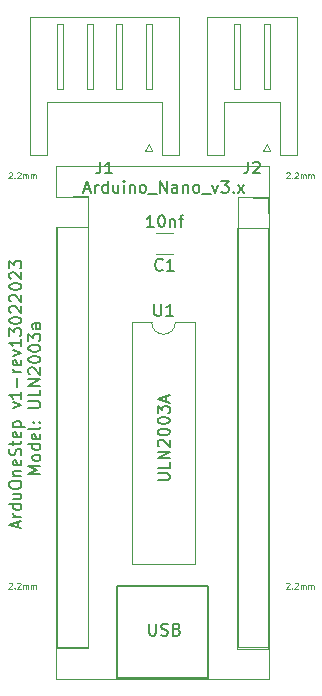
<source format=gbr>
%TF.GenerationSoftware,KiCad,Pcbnew,6.0.2+dfsg-1*%
%TF.CreationDate,2023-02-14T20:33:29-03:00*%
%TF.ProjectId,arduStep,61726475-5374-4657-902e-6b696361645f,rev?*%
%TF.SameCoordinates,Original*%
%TF.FileFunction,Legend,Top*%
%TF.FilePolarity,Positive*%
%FSLAX46Y46*%
G04 Gerber Fmt 4.6, Leading zero omitted, Abs format (unit mm)*
G04 Created by KiCad (PCBNEW 6.0.2+dfsg-1) date 2023-02-14 20:33:29*
%MOMM*%
%LPD*%
G01*
G04 APERTURE LIST*
%ADD10C,0.150000*%
%ADD11C,0.125000*%
%ADD12C,0.100000*%
%ADD13C,0.120000*%
G04 APERTURE END LIST*
D10*
X144111666Y-94285714D02*
X144111666Y-93809523D01*
X144397380Y-94380952D02*
X143397380Y-94047619D01*
X144397380Y-93714285D01*
X144397380Y-93380952D02*
X143730714Y-93380952D01*
X143921190Y-93380952D02*
X143825952Y-93333333D01*
X143778333Y-93285714D01*
X143730714Y-93190476D01*
X143730714Y-93095238D01*
X144397380Y-92333333D02*
X143397380Y-92333333D01*
X144349761Y-92333333D02*
X144397380Y-92428571D01*
X144397380Y-92619047D01*
X144349761Y-92714285D01*
X144302142Y-92761904D01*
X144206904Y-92809523D01*
X143921190Y-92809523D01*
X143825952Y-92761904D01*
X143778333Y-92714285D01*
X143730714Y-92619047D01*
X143730714Y-92428571D01*
X143778333Y-92333333D01*
X143730714Y-91428571D02*
X144397380Y-91428571D01*
X143730714Y-91857142D02*
X144254523Y-91857142D01*
X144349761Y-91809523D01*
X144397380Y-91714285D01*
X144397380Y-91571428D01*
X144349761Y-91476190D01*
X144302142Y-91428571D01*
X143397380Y-90761904D02*
X143397380Y-90571428D01*
X143445000Y-90476190D01*
X143540238Y-90380952D01*
X143730714Y-90333333D01*
X144064047Y-90333333D01*
X144254523Y-90380952D01*
X144349761Y-90476190D01*
X144397380Y-90571428D01*
X144397380Y-90761904D01*
X144349761Y-90857142D01*
X144254523Y-90952380D01*
X144064047Y-91000000D01*
X143730714Y-91000000D01*
X143540238Y-90952380D01*
X143445000Y-90857142D01*
X143397380Y-90761904D01*
X143730714Y-89904761D02*
X144397380Y-89904761D01*
X143825952Y-89904761D02*
X143778333Y-89857142D01*
X143730714Y-89761904D01*
X143730714Y-89619047D01*
X143778333Y-89523809D01*
X143873571Y-89476190D01*
X144397380Y-89476190D01*
X144349761Y-88619047D02*
X144397380Y-88714285D01*
X144397380Y-88904761D01*
X144349761Y-89000000D01*
X144254523Y-89047619D01*
X143873571Y-89047619D01*
X143778333Y-89000000D01*
X143730714Y-88904761D01*
X143730714Y-88714285D01*
X143778333Y-88619047D01*
X143873571Y-88571428D01*
X143968809Y-88571428D01*
X144064047Y-89047619D01*
X144349761Y-88190476D02*
X144397380Y-88047619D01*
X144397380Y-87809523D01*
X144349761Y-87714285D01*
X144302142Y-87666666D01*
X144206904Y-87619047D01*
X144111666Y-87619047D01*
X144016428Y-87666666D01*
X143968809Y-87714285D01*
X143921190Y-87809523D01*
X143873571Y-88000000D01*
X143825952Y-88095238D01*
X143778333Y-88142857D01*
X143683095Y-88190476D01*
X143587857Y-88190476D01*
X143492619Y-88142857D01*
X143445000Y-88095238D01*
X143397380Y-88000000D01*
X143397380Y-87761904D01*
X143445000Y-87619047D01*
X143730714Y-87333333D02*
X143730714Y-86952380D01*
X143397380Y-87190476D02*
X144254523Y-87190476D01*
X144349761Y-87142857D01*
X144397380Y-87047619D01*
X144397380Y-86952380D01*
X144349761Y-86238095D02*
X144397380Y-86333333D01*
X144397380Y-86523809D01*
X144349761Y-86619047D01*
X144254523Y-86666666D01*
X143873571Y-86666666D01*
X143778333Y-86619047D01*
X143730714Y-86523809D01*
X143730714Y-86333333D01*
X143778333Y-86238095D01*
X143873571Y-86190476D01*
X143968809Y-86190476D01*
X144064047Y-86666666D01*
X143730714Y-85761904D02*
X144730714Y-85761904D01*
X143778333Y-85761904D02*
X143730714Y-85666666D01*
X143730714Y-85476190D01*
X143778333Y-85380952D01*
X143825952Y-85333333D01*
X143921190Y-85285714D01*
X144206904Y-85285714D01*
X144302142Y-85333333D01*
X144349761Y-85380952D01*
X144397380Y-85476190D01*
X144397380Y-85666666D01*
X144349761Y-85761904D01*
X143730714Y-84190476D02*
X144397380Y-83952380D01*
X143730714Y-83714285D01*
X144397380Y-82809523D02*
X144397380Y-83380952D01*
X144397380Y-83095238D02*
X143397380Y-83095238D01*
X143540238Y-83190476D01*
X143635476Y-83285714D01*
X143683095Y-83380952D01*
X144016428Y-82380952D02*
X144016428Y-81619047D01*
X144397380Y-81142857D02*
X143730714Y-81142857D01*
X143921190Y-81142857D02*
X143825952Y-81095238D01*
X143778333Y-81047619D01*
X143730714Y-80952380D01*
X143730714Y-80857142D01*
X144349761Y-80142857D02*
X144397380Y-80238095D01*
X144397380Y-80428571D01*
X144349761Y-80523809D01*
X144254523Y-80571428D01*
X143873571Y-80571428D01*
X143778333Y-80523809D01*
X143730714Y-80428571D01*
X143730714Y-80238095D01*
X143778333Y-80142857D01*
X143873571Y-80095238D01*
X143968809Y-80095238D01*
X144064047Y-80571428D01*
X143730714Y-79761904D02*
X144397380Y-79523809D01*
X143730714Y-79285714D01*
X144397380Y-78380952D02*
X144397380Y-78952380D01*
X144397380Y-78666666D02*
X143397380Y-78666666D01*
X143540238Y-78761904D01*
X143635476Y-78857142D01*
X143683095Y-78952380D01*
X143397380Y-78047619D02*
X143397380Y-77428571D01*
X143778333Y-77761904D01*
X143778333Y-77619047D01*
X143825952Y-77523809D01*
X143873571Y-77476190D01*
X143968809Y-77428571D01*
X144206904Y-77428571D01*
X144302142Y-77476190D01*
X144349761Y-77523809D01*
X144397380Y-77619047D01*
X144397380Y-77904761D01*
X144349761Y-78000000D01*
X144302142Y-78047619D01*
X143397380Y-76809523D02*
X143397380Y-76714285D01*
X143445000Y-76619047D01*
X143492619Y-76571428D01*
X143587857Y-76523809D01*
X143778333Y-76476190D01*
X144016428Y-76476190D01*
X144206904Y-76523809D01*
X144302142Y-76571428D01*
X144349761Y-76619047D01*
X144397380Y-76714285D01*
X144397380Y-76809523D01*
X144349761Y-76904761D01*
X144302142Y-76952380D01*
X144206904Y-77000000D01*
X144016428Y-77047619D01*
X143778333Y-77047619D01*
X143587857Y-77000000D01*
X143492619Y-76952380D01*
X143445000Y-76904761D01*
X143397380Y-76809523D01*
X143492619Y-76095238D02*
X143445000Y-76047619D01*
X143397380Y-75952380D01*
X143397380Y-75714285D01*
X143445000Y-75619047D01*
X143492619Y-75571428D01*
X143587857Y-75523809D01*
X143683095Y-75523809D01*
X143825952Y-75571428D01*
X144397380Y-76142857D01*
X144397380Y-75523809D01*
X143492619Y-75142857D02*
X143445000Y-75095238D01*
X143397380Y-75000000D01*
X143397380Y-74761904D01*
X143445000Y-74666666D01*
X143492619Y-74619047D01*
X143587857Y-74571428D01*
X143683095Y-74571428D01*
X143825952Y-74619047D01*
X144397380Y-75190476D01*
X144397380Y-74571428D01*
X143397380Y-73952380D02*
X143397380Y-73857142D01*
X143445000Y-73761904D01*
X143492619Y-73714285D01*
X143587857Y-73666666D01*
X143778333Y-73619047D01*
X144016428Y-73619047D01*
X144206904Y-73666666D01*
X144302142Y-73714285D01*
X144349761Y-73761904D01*
X144397380Y-73857142D01*
X144397380Y-73952380D01*
X144349761Y-74047619D01*
X144302142Y-74095238D01*
X144206904Y-74142857D01*
X144016428Y-74190476D01*
X143778333Y-74190476D01*
X143587857Y-74142857D01*
X143492619Y-74095238D01*
X143445000Y-74047619D01*
X143397380Y-73952380D01*
X143492619Y-73238095D02*
X143445000Y-73190476D01*
X143397380Y-73095238D01*
X143397380Y-72857142D01*
X143445000Y-72761904D01*
X143492619Y-72714285D01*
X143587857Y-72666666D01*
X143683095Y-72666666D01*
X143825952Y-72714285D01*
X144397380Y-73285714D01*
X144397380Y-72666666D01*
X143397380Y-72333333D02*
X143397380Y-71714285D01*
X143778333Y-72047619D01*
X143778333Y-71904761D01*
X143825952Y-71809523D01*
X143873571Y-71761904D01*
X143968809Y-71714285D01*
X144206904Y-71714285D01*
X144302142Y-71761904D01*
X144349761Y-71809523D01*
X144397380Y-71904761D01*
X144397380Y-72190476D01*
X144349761Y-72285714D01*
X144302142Y-72333333D01*
X146007380Y-89738095D02*
X145007380Y-89738095D01*
X145721666Y-89404761D01*
X145007380Y-89071428D01*
X146007380Y-89071428D01*
X146007380Y-88452380D02*
X145959761Y-88547619D01*
X145912142Y-88595238D01*
X145816904Y-88642857D01*
X145531190Y-88642857D01*
X145435952Y-88595238D01*
X145388333Y-88547619D01*
X145340714Y-88452380D01*
X145340714Y-88309523D01*
X145388333Y-88214285D01*
X145435952Y-88166666D01*
X145531190Y-88119047D01*
X145816904Y-88119047D01*
X145912142Y-88166666D01*
X145959761Y-88214285D01*
X146007380Y-88309523D01*
X146007380Y-88452380D01*
X146007380Y-87261904D02*
X145007380Y-87261904D01*
X145959761Y-87261904D02*
X146007380Y-87357142D01*
X146007380Y-87547619D01*
X145959761Y-87642857D01*
X145912142Y-87690476D01*
X145816904Y-87738095D01*
X145531190Y-87738095D01*
X145435952Y-87690476D01*
X145388333Y-87642857D01*
X145340714Y-87547619D01*
X145340714Y-87357142D01*
X145388333Y-87261904D01*
X145959761Y-86404761D02*
X146007380Y-86500000D01*
X146007380Y-86690476D01*
X145959761Y-86785714D01*
X145864523Y-86833333D01*
X145483571Y-86833333D01*
X145388333Y-86785714D01*
X145340714Y-86690476D01*
X145340714Y-86500000D01*
X145388333Y-86404761D01*
X145483571Y-86357142D01*
X145578809Y-86357142D01*
X145674047Y-86833333D01*
X146007380Y-85785714D02*
X145959761Y-85880952D01*
X145864523Y-85928571D01*
X145007380Y-85928571D01*
X145912142Y-85404761D02*
X145959761Y-85357142D01*
X146007380Y-85404761D01*
X145959761Y-85452380D01*
X145912142Y-85404761D01*
X146007380Y-85404761D01*
X145388333Y-85404761D02*
X145435952Y-85357142D01*
X145483571Y-85404761D01*
X145435952Y-85452380D01*
X145388333Y-85404761D01*
X145483571Y-85404761D01*
X145007380Y-84166666D02*
X145816904Y-84166666D01*
X145912142Y-84119047D01*
X145959761Y-84071428D01*
X146007380Y-83976190D01*
X146007380Y-83785714D01*
X145959761Y-83690476D01*
X145912142Y-83642857D01*
X145816904Y-83595238D01*
X145007380Y-83595238D01*
X146007380Y-82642857D02*
X146007380Y-83119047D01*
X145007380Y-83119047D01*
X146007380Y-82309523D02*
X145007380Y-82309523D01*
X146007380Y-81738095D01*
X145007380Y-81738095D01*
X145102619Y-81309523D02*
X145055000Y-81261904D01*
X145007380Y-81166666D01*
X145007380Y-80928571D01*
X145055000Y-80833333D01*
X145102619Y-80785714D01*
X145197857Y-80738095D01*
X145293095Y-80738095D01*
X145435952Y-80785714D01*
X146007380Y-81357142D01*
X146007380Y-80738095D01*
X145007380Y-80119047D02*
X145007380Y-80023809D01*
X145055000Y-79928571D01*
X145102619Y-79880952D01*
X145197857Y-79833333D01*
X145388333Y-79785714D01*
X145626428Y-79785714D01*
X145816904Y-79833333D01*
X145912142Y-79880952D01*
X145959761Y-79928571D01*
X146007380Y-80023809D01*
X146007380Y-80119047D01*
X145959761Y-80214285D01*
X145912142Y-80261904D01*
X145816904Y-80309523D01*
X145626428Y-80357142D01*
X145388333Y-80357142D01*
X145197857Y-80309523D01*
X145102619Y-80261904D01*
X145055000Y-80214285D01*
X145007380Y-80119047D01*
X145007380Y-79166666D02*
X145007380Y-79071428D01*
X145055000Y-78976190D01*
X145102619Y-78928571D01*
X145197857Y-78880952D01*
X145388333Y-78833333D01*
X145626428Y-78833333D01*
X145816904Y-78880952D01*
X145912142Y-78928571D01*
X145959761Y-78976190D01*
X146007380Y-79071428D01*
X146007380Y-79166666D01*
X145959761Y-79261904D01*
X145912142Y-79309523D01*
X145816904Y-79357142D01*
X145626428Y-79404761D01*
X145388333Y-79404761D01*
X145197857Y-79357142D01*
X145102619Y-79309523D01*
X145055000Y-79261904D01*
X145007380Y-79166666D01*
X145007380Y-78500000D02*
X145007380Y-77880952D01*
X145388333Y-78214285D01*
X145388333Y-78071428D01*
X145435952Y-77976190D01*
X145483571Y-77928571D01*
X145578809Y-77880952D01*
X145816904Y-77880952D01*
X145912142Y-77928571D01*
X145959761Y-77976190D01*
X146007380Y-78071428D01*
X146007380Y-78357142D01*
X145959761Y-78452380D01*
X145912142Y-78500000D01*
X146007380Y-77023809D02*
X145483571Y-77023809D01*
X145388333Y-77071428D01*
X145340714Y-77166666D01*
X145340714Y-77357142D01*
X145388333Y-77452380D01*
X145959761Y-77023809D02*
X146007380Y-77119047D01*
X146007380Y-77357142D01*
X145959761Y-77452380D01*
X145864523Y-77500000D01*
X145769285Y-77500000D01*
X145674047Y-77452380D01*
X145626428Y-77357142D01*
X145626428Y-77119047D01*
X145578809Y-77023809D01*
X155238095Y-102452380D02*
X155238095Y-103261904D01*
X155285714Y-103357142D01*
X155333333Y-103404761D01*
X155428571Y-103452380D01*
X155619047Y-103452380D01*
X155714285Y-103404761D01*
X155761904Y-103357142D01*
X155809523Y-103261904D01*
X155809523Y-102452380D01*
X156238095Y-103404761D02*
X156380952Y-103452380D01*
X156619047Y-103452380D01*
X156714285Y-103404761D01*
X156761904Y-103357142D01*
X156809523Y-103261904D01*
X156809523Y-103166666D01*
X156761904Y-103071428D01*
X156714285Y-103023809D01*
X156619047Y-102976190D01*
X156428571Y-102928571D01*
X156333333Y-102880952D01*
X156285714Y-102833333D01*
X156238095Y-102738095D01*
X156238095Y-102642857D01*
X156285714Y-102547619D01*
X156333333Y-102500000D01*
X156428571Y-102452380D01*
X156666666Y-102452380D01*
X156809523Y-102500000D01*
X157571428Y-102928571D02*
X157714285Y-102976190D01*
X157761904Y-103023809D01*
X157809523Y-103119047D01*
X157809523Y-103261904D01*
X157761904Y-103357142D01*
X157714285Y-103404761D01*
X157619047Y-103452380D01*
X157238095Y-103452380D01*
X157238095Y-102452380D01*
X157571428Y-102452380D01*
X157666666Y-102500000D01*
X157714285Y-102547619D01*
X157761904Y-102642857D01*
X157761904Y-102738095D01*
X157714285Y-102833333D01*
X157666666Y-102880952D01*
X157571428Y-102928571D01*
X157238095Y-102928571D01*
X152500000Y-99250000D02*
X160250000Y-99250000D01*
X160250000Y-99250000D02*
X160250000Y-107000000D01*
X160250000Y-107000000D02*
X152500000Y-107000000D01*
X152500000Y-107000000D02*
X152500000Y-99250000D01*
D11*
%TO.C,2.2mm*%
X143333333Y-99023809D02*
X143357142Y-99000000D01*
X143404761Y-98976190D01*
X143523809Y-98976190D01*
X143571428Y-99000000D01*
X143595238Y-99023809D01*
X143619047Y-99071428D01*
X143619047Y-99119047D01*
X143595238Y-99190476D01*
X143309523Y-99476190D01*
X143619047Y-99476190D01*
X143833333Y-99428571D02*
X143857142Y-99452380D01*
X143833333Y-99476190D01*
X143809523Y-99452380D01*
X143833333Y-99428571D01*
X143833333Y-99476190D01*
X144047619Y-99023809D02*
X144071428Y-99000000D01*
X144119047Y-98976190D01*
X144238095Y-98976190D01*
X144285714Y-99000000D01*
X144309523Y-99023809D01*
X144333333Y-99071428D01*
X144333333Y-99119047D01*
X144309523Y-99190476D01*
X144023809Y-99476190D01*
X144333333Y-99476190D01*
X144547619Y-99476190D02*
X144547619Y-99142857D01*
X144547619Y-99190476D02*
X144571428Y-99166666D01*
X144619047Y-99142857D01*
X144690476Y-99142857D01*
X144738095Y-99166666D01*
X144761904Y-99214285D01*
X144761904Y-99476190D01*
X144761904Y-99214285D02*
X144785714Y-99166666D01*
X144833333Y-99142857D01*
X144904761Y-99142857D01*
X144952380Y-99166666D01*
X144976190Y-99214285D01*
X144976190Y-99476190D01*
X145214285Y-99476190D02*
X145214285Y-99142857D01*
X145214285Y-99190476D02*
X145238095Y-99166666D01*
X145285714Y-99142857D01*
X145357142Y-99142857D01*
X145404761Y-99166666D01*
X145428571Y-99214285D01*
X145428571Y-99476190D01*
X145428571Y-99214285D02*
X145452380Y-99166666D01*
X145500000Y-99142857D01*
X145571428Y-99142857D01*
X145619047Y-99166666D01*
X145642857Y-99214285D01*
X145642857Y-99476190D01*
X166833333Y-99023809D02*
X166857142Y-99000000D01*
X166904761Y-98976190D01*
X167023809Y-98976190D01*
X167071428Y-99000000D01*
X167095238Y-99023809D01*
X167119047Y-99071428D01*
X167119047Y-99119047D01*
X167095238Y-99190476D01*
X166809523Y-99476190D01*
X167119047Y-99476190D01*
X167333333Y-99428571D02*
X167357142Y-99452380D01*
X167333333Y-99476190D01*
X167309523Y-99452380D01*
X167333333Y-99428571D01*
X167333333Y-99476190D01*
X167547619Y-99023809D02*
X167571428Y-99000000D01*
X167619047Y-98976190D01*
X167738095Y-98976190D01*
X167785714Y-99000000D01*
X167809523Y-99023809D01*
X167833333Y-99071428D01*
X167833333Y-99119047D01*
X167809523Y-99190476D01*
X167523809Y-99476190D01*
X167833333Y-99476190D01*
X168047619Y-99476190D02*
X168047619Y-99142857D01*
X168047619Y-99190476D02*
X168071428Y-99166666D01*
X168119047Y-99142857D01*
X168190476Y-99142857D01*
X168238095Y-99166666D01*
X168261904Y-99214285D01*
X168261904Y-99476190D01*
X168261904Y-99214285D02*
X168285714Y-99166666D01*
X168333333Y-99142857D01*
X168404761Y-99142857D01*
X168452380Y-99166666D01*
X168476190Y-99214285D01*
X168476190Y-99476190D01*
X168714285Y-99476190D02*
X168714285Y-99142857D01*
X168714285Y-99190476D02*
X168738095Y-99166666D01*
X168785714Y-99142857D01*
X168857142Y-99142857D01*
X168904761Y-99166666D01*
X168928571Y-99214285D01*
X168928571Y-99476190D01*
X168928571Y-99214285D02*
X168952380Y-99166666D01*
X169000000Y-99142857D01*
X169071428Y-99142857D01*
X169119047Y-99166666D01*
X169142857Y-99214285D01*
X169142857Y-99476190D01*
X143333333Y-64273809D02*
X143357142Y-64250000D01*
X143404761Y-64226190D01*
X143523809Y-64226190D01*
X143571428Y-64250000D01*
X143595238Y-64273809D01*
X143619047Y-64321428D01*
X143619047Y-64369047D01*
X143595238Y-64440476D01*
X143309523Y-64726190D01*
X143619047Y-64726190D01*
X143833333Y-64678571D02*
X143857142Y-64702380D01*
X143833333Y-64726190D01*
X143809523Y-64702380D01*
X143833333Y-64678571D01*
X143833333Y-64726190D01*
X144047619Y-64273809D02*
X144071428Y-64250000D01*
X144119047Y-64226190D01*
X144238095Y-64226190D01*
X144285714Y-64250000D01*
X144309523Y-64273809D01*
X144333333Y-64321428D01*
X144333333Y-64369047D01*
X144309523Y-64440476D01*
X144023809Y-64726190D01*
X144333333Y-64726190D01*
X144547619Y-64726190D02*
X144547619Y-64392857D01*
X144547619Y-64440476D02*
X144571428Y-64416666D01*
X144619047Y-64392857D01*
X144690476Y-64392857D01*
X144738095Y-64416666D01*
X144761904Y-64464285D01*
X144761904Y-64726190D01*
X144761904Y-64464285D02*
X144785714Y-64416666D01*
X144833333Y-64392857D01*
X144904761Y-64392857D01*
X144952380Y-64416666D01*
X144976190Y-64464285D01*
X144976190Y-64726190D01*
X145214285Y-64726190D02*
X145214285Y-64392857D01*
X145214285Y-64440476D02*
X145238095Y-64416666D01*
X145285714Y-64392857D01*
X145357142Y-64392857D01*
X145404761Y-64416666D01*
X145428571Y-64464285D01*
X145428571Y-64726190D01*
X145428571Y-64464285D02*
X145452380Y-64416666D01*
X145500000Y-64392857D01*
X145571428Y-64392857D01*
X145619047Y-64416666D01*
X145642857Y-64464285D01*
X145642857Y-64726190D01*
D12*
X166833333Y-64273809D02*
X166857142Y-64250000D01*
X166904761Y-64226190D01*
X167023809Y-64226190D01*
X167071428Y-64250000D01*
X167095238Y-64273809D01*
X167119047Y-64321428D01*
X167119047Y-64369047D01*
X167095238Y-64440476D01*
X166809523Y-64726190D01*
X167119047Y-64726190D01*
X167333333Y-64678571D02*
X167357142Y-64702380D01*
X167333333Y-64726190D01*
X167309523Y-64702380D01*
X167333333Y-64678571D01*
X167333333Y-64726190D01*
X167547619Y-64273809D02*
X167571428Y-64250000D01*
X167619047Y-64226190D01*
X167738095Y-64226190D01*
X167785714Y-64250000D01*
X167809523Y-64273809D01*
X167833333Y-64321428D01*
X167833333Y-64369047D01*
X167809523Y-64440476D01*
X167523809Y-64726190D01*
X167833333Y-64726190D01*
X168047619Y-64726190D02*
X168047619Y-64392857D01*
X168047619Y-64440476D02*
X168071428Y-64416666D01*
X168119047Y-64392857D01*
X168190476Y-64392857D01*
X168238095Y-64416666D01*
X168261904Y-64464285D01*
X168261904Y-64726190D01*
X168261904Y-64464285D02*
X168285714Y-64416666D01*
X168333333Y-64392857D01*
X168404761Y-64392857D01*
X168452380Y-64416666D01*
X168476190Y-64464285D01*
X168476190Y-64726190D01*
X168714285Y-64726190D02*
X168714285Y-64392857D01*
X168714285Y-64440476D02*
X168738095Y-64416666D01*
X168785714Y-64392857D01*
X168857142Y-64392857D01*
X168904761Y-64416666D01*
X168928571Y-64464285D01*
X168928571Y-64726190D01*
X168928571Y-64464285D02*
X168952380Y-64416666D01*
X169000000Y-64392857D01*
X169071428Y-64392857D01*
X169119047Y-64416666D01*
X169142857Y-64464285D01*
X169142857Y-64726190D01*
D10*
%TO.C,U1*%
X155678095Y-75382380D02*
X155678095Y-76191904D01*
X155725714Y-76287142D01*
X155773333Y-76334761D01*
X155868571Y-76382380D01*
X156059047Y-76382380D01*
X156154285Y-76334761D01*
X156201904Y-76287142D01*
X156249523Y-76191904D01*
X156249523Y-75382380D01*
X157249523Y-76382380D02*
X156678095Y-76382380D01*
X156963809Y-76382380D02*
X156963809Y-75382380D01*
X156868571Y-75525238D01*
X156773333Y-75620476D01*
X156678095Y-75668095D01*
X155952380Y-90297619D02*
X156761904Y-90297619D01*
X156857142Y-90250000D01*
X156904761Y-90202380D01*
X156952380Y-90107142D01*
X156952380Y-89916666D01*
X156904761Y-89821428D01*
X156857142Y-89773809D01*
X156761904Y-89726190D01*
X155952380Y-89726190D01*
X156952380Y-88773809D02*
X156952380Y-89250000D01*
X155952380Y-89250000D01*
X156952380Y-88440476D02*
X155952380Y-88440476D01*
X156952380Y-87869047D01*
X155952380Y-87869047D01*
X156047619Y-87440476D02*
X156000000Y-87392857D01*
X155952380Y-87297619D01*
X155952380Y-87059523D01*
X156000000Y-86964285D01*
X156047619Y-86916666D01*
X156142857Y-86869047D01*
X156238095Y-86869047D01*
X156380952Y-86916666D01*
X156952380Y-87488095D01*
X156952380Y-86869047D01*
X155952380Y-86250000D02*
X155952380Y-86154761D01*
X156000000Y-86059523D01*
X156047619Y-86011904D01*
X156142857Y-85964285D01*
X156333333Y-85916666D01*
X156571428Y-85916666D01*
X156761904Y-85964285D01*
X156857142Y-86011904D01*
X156904761Y-86059523D01*
X156952380Y-86154761D01*
X156952380Y-86250000D01*
X156904761Y-86345238D01*
X156857142Y-86392857D01*
X156761904Y-86440476D01*
X156571428Y-86488095D01*
X156333333Y-86488095D01*
X156142857Y-86440476D01*
X156047619Y-86392857D01*
X156000000Y-86345238D01*
X155952380Y-86250000D01*
X155952380Y-85297619D02*
X155952380Y-85202380D01*
X156000000Y-85107142D01*
X156047619Y-85059523D01*
X156142857Y-85011904D01*
X156333333Y-84964285D01*
X156571428Y-84964285D01*
X156761904Y-85011904D01*
X156857142Y-85059523D01*
X156904761Y-85107142D01*
X156952380Y-85202380D01*
X156952380Y-85297619D01*
X156904761Y-85392857D01*
X156857142Y-85440476D01*
X156761904Y-85488095D01*
X156571428Y-85535714D01*
X156333333Y-85535714D01*
X156142857Y-85488095D01*
X156047619Y-85440476D01*
X156000000Y-85392857D01*
X155952380Y-85297619D01*
X155952380Y-84630952D02*
X155952380Y-84011904D01*
X156333333Y-84345238D01*
X156333333Y-84202380D01*
X156380952Y-84107142D01*
X156428571Y-84059523D01*
X156523809Y-84011904D01*
X156761904Y-84011904D01*
X156857142Y-84059523D01*
X156904761Y-84107142D01*
X156952380Y-84202380D01*
X156952380Y-84488095D01*
X156904761Y-84583333D01*
X156857142Y-84630952D01*
X156666666Y-83630952D02*
X156666666Y-83154761D01*
X156952380Y-83726190D02*
X155952380Y-83392857D01*
X156952380Y-83059523D01*
%TO.C,J1*%
X151096666Y-63312380D02*
X151096666Y-64026666D01*
X151049047Y-64169523D01*
X150953809Y-64264761D01*
X150810952Y-64312380D01*
X150715714Y-64312380D01*
X152096666Y-64312380D02*
X151525238Y-64312380D01*
X151810952Y-64312380D02*
X151810952Y-63312380D01*
X151715714Y-63455238D01*
X151620476Y-63550476D01*
X151525238Y-63598095D01*
%TO.C,A1*%
X149761904Y-65666666D02*
X150238095Y-65666666D01*
X149666666Y-65952380D02*
X150000000Y-64952380D01*
X150333333Y-65952380D01*
X150666666Y-65952380D02*
X150666666Y-65285714D01*
X150666666Y-65476190D02*
X150714285Y-65380952D01*
X150761904Y-65333333D01*
X150857142Y-65285714D01*
X150952380Y-65285714D01*
X151714285Y-65952380D02*
X151714285Y-64952380D01*
X151714285Y-65904761D02*
X151619047Y-65952380D01*
X151428571Y-65952380D01*
X151333333Y-65904761D01*
X151285714Y-65857142D01*
X151238095Y-65761904D01*
X151238095Y-65476190D01*
X151285714Y-65380952D01*
X151333333Y-65333333D01*
X151428571Y-65285714D01*
X151619047Y-65285714D01*
X151714285Y-65333333D01*
X152619047Y-65285714D02*
X152619047Y-65952380D01*
X152190476Y-65285714D02*
X152190476Y-65809523D01*
X152238095Y-65904761D01*
X152333333Y-65952380D01*
X152476190Y-65952380D01*
X152571428Y-65904761D01*
X152619047Y-65857142D01*
X153095238Y-65952380D02*
X153095238Y-65285714D01*
X153095238Y-64952380D02*
X153047619Y-65000000D01*
X153095238Y-65047619D01*
X153142857Y-65000000D01*
X153095238Y-64952380D01*
X153095238Y-65047619D01*
X153571428Y-65285714D02*
X153571428Y-65952380D01*
X153571428Y-65380952D02*
X153619047Y-65333333D01*
X153714285Y-65285714D01*
X153857142Y-65285714D01*
X153952380Y-65333333D01*
X154000000Y-65428571D01*
X154000000Y-65952380D01*
X154619047Y-65952380D02*
X154523809Y-65904761D01*
X154476190Y-65857142D01*
X154428571Y-65761904D01*
X154428571Y-65476190D01*
X154476190Y-65380952D01*
X154523809Y-65333333D01*
X154619047Y-65285714D01*
X154761904Y-65285714D01*
X154857142Y-65333333D01*
X154904761Y-65380952D01*
X154952380Y-65476190D01*
X154952380Y-65761904D01*
X154904761Y-65857142D01*
X154857142Y-65904761D01*
X154761904Y-65952380D01*
X154619047Y-65952380D01*
X155142857Y-66047619D02*
X155904761Y-66047619D01*
X156142857Y-65952380D02*
X156142857Y-64952380D01*
X156714285Y-65952380D01*
X156714285Y-64952380D01*
X157619047Y-65952380D02*
X157619047Y-65428571D01*
X157571428Y-65333333D01*
X157476190Y-65285714D01*
X157285714Y-65285714D01*
X157190476Y-65333333D01*
X157619047Y-65904761D02*
X157523809Y-65952380D01*
X157285714Y-65952380D01*
X157190476Y-65904761D01*
X157142857Y-65809523D01*
X157142857Y-65714285D01*
X157190476Y-65619047D01*
X157285714Y-65571428D01*
X157523809Y-65571428D01*
X157619047Y-65523809D01*
X158095238Y-65285714D02*
X158095238Y-65952380D01*
X158095238Y-65380952D02*
X158142857Y-65333333D01*
X158238095Y-65285714D01*
X158380952Y-65285714D01*
X158476190Y-65333333D01*
X158523809Y-65428571D01*
X158523809Y-65952380D01*
X159142857Y-65952380D02*
X159047619Y-65904761D01*
X159000000Y-65857142D01*
X158952380Y-65761904D01*
X158952380Y-65476190D01*
X159000000Y-65380952D01*
X159047619Y-65333333D01*
X159142857Y-65285714D01*
X159285714Y-65285714D01*
X159380952Y-65333333D01*
X159428571Y-65380952D01*
X159476190Y-65476190D01*
X159476190Y-65761904D01*
X159428571Y-65857142D01*
X159380952Y-65904761D01*
X159285714Y-65952380D01*
X159142857Y-65952380D01*
X159666666Y-66047619D02*
X160428571Y-66047619D01*
X160571428Y-65285714D02*
X160809523Y-65952380D01*
X161047619Y-65285714D01*
X161333333Y-64952380D02*
X161952380Y-64952380D01*
X161619047Y-65333333D01*
X161761904Y-65333333D01*
X161857142Y-65380952D01*
X161904761Y-65428571D01*
X161952380Y-65523809D01*
X161952380Y-65761904D01*
X161904761Y-65857142D01*
X161857142Y-65904761D01*
X161761904Y-65952380D01*
X161476190Y-65952380D01*
X161380952Y-65904761D01*
X161333333Y-65857142D01*
X162380952Y-65857142D02*
X162428571Y-65904761D01*
X162380952Y-65952380D01*
X162333333Y-65904761D01*
X162380952Y-65857142D01*
X162380952Y-65952380D01*
X162761904Y-65952380D02*
X163285714Y-65285714D01*
X162761904Y-65285714D02*
X163285714Y-65952380D01*
%TO.C,J2*%
X163596666Y-63312380D02*
X163596666Y-64026666D01*
X163549047Y-64169523D01*
X163453809Y-64264761D01*
X163310952Y-64312380D01*
X163215714Y-64312380D01*
X164025238Y-63407619D02*
X164072857Y-63360000D01*
X164168095Y-63312380D01*
X164406190Y-63312380D01*
X164501428Y-63360000D01*
X164549047Y-63407619D01*
X164596666Y-63502857D01*
X164596666Y-63598095D01*
X164549047Y-63740952D01*
X163977619Y-64312380D01*
X164596666Y-64312380D01*
%TO.C,C1*%
X156358333Y-72457142D02*
X156310714Y-72504761D01*
X156167857Y-72552380D01*
X156072619Y-72552380D01*
X155929761Y-72504761D01*
X155834523Y-72409523D01*
X155786904Y-72314285D01*
X155739285Y-72123809D01*
X155739285Y-71980952D01*
X155786904Y-71790476D01*
X155834523Y-71695238D01*
X155929761Y-71600000D01*
X156072619Y-71552380D01*
X156167857Y-71552380D01*
X156310714Y-71600000D01*
X156358333Y-71647619D01*
X157310714Y-72552380D02*
X156739285Y-72552380D01*
X157025000Y-72552380D02*
X157025000Y-71552380D01*
X156929761Y-71695238D01*
X156834523Y-71790476D01*
X156739285Y-71838095D01*
X155596428Y-68852380D02*
X155025000Y-68852380D01*
X155310714Y-68852380D02*
X155310714Y-67852380D01*
X155215476Y-67995238D01*
X155120238Y-68090476D01*
X155025000Y-68138095D01*
X156215476Y-67852380D02*
X156310714Y-67852380D01*
X156405952Y-67900000D01*
X156453571Y-67947619D01*
X156501190Y-68042857D01*
X156548809Y-68233333D01*
X156548809Y-68471428D01*
X156501190Y-68661904D01*
X156453571Y-68757142D01*
X156405952Y-68804761D01*
X156310714Y-68852380D01*
X156215476Y-68852380D01*
X156120238Y-68804761D01*
X156072619Y-68757142D01*
X156025000Y-68661904D01*
X155977380Y-68471428D01*
X155977380Y-68233333D01*
X156025000Y-68042857D01*
X156072619Y-67947619D01*
X156120238Y-67900000D01*
X156215476Y-67852380D01*
X156977380Y-68185714D02*
X156977380Y-68852380D01*
X156977380Y-68280952D02*
X157025000Y-68233333D01*
X157120238Y-68185714D01*
X157263095Y-68185714D01*
X157358333Y-68233333D01*
X157405952Y-68328571D01*
X157405952Y-68852380D01*
X157739285Y-68185714D02*
X158120238Y-68185714D01*
X157882142Y-68852380D02*
X157882142Y-67995238D01*
X157929761Y-67900000D01*
X158025000Y-67852380D01*
X158120238Y-67852380D01*
D13*
%TO.C,REF\u002A\u002A*%
X162670000Y-68960000D02*
X165330000Y-68960000D01*
X164000000Y-66360000D02*
X165330000Y-66360000D01*
X165330000Y-68960000D02*
X165330000Y-104580000D01*
X162670000Y-68960000D02*
X162670000Y-104580000D01*
X165330000Y-66360000D02*
X165330000Y-67690000D01*
X162670000Y-104580000D02*
X165330000Y-104580000D01*
X150090000Y-68870000D02*
X150090000Y-104490000D01*
X147430000Y-104490000D02*
X150090000Y-104490000D01*
X150090000Y-66270000D02*
X150090000Y-67600000D01*
X148760000Y-66270000D02*
X150090000Y-66270000D01*
X147430000Y-68870000D02*
X147430000Y-104490000D01*
X147430000Y-68870000D02*
X150090000Y-68870000D01*
%TO.C,U1*%
X159090000Y-76930000D02*
X157440000Y-76930000D01*
X153790000Y-76930000D02*
X153790000Y-97370000D01*
X159090000Y-97370000D02*
X159090000Y-76930000D01*
X153790000Y-97370000D02*
X159090000Y-97370000D01*
X155440000Y-76930000D02*
X153790000Y-76930000D01*
X155440000Y-76930000D02*
G75*
G03*
X157440000Y-76930000I1000000J0D01*
G01*
%TO.C,J1*%
X149930000Y-57160000D02*
X150430000Y-57160000D01*
X154930000Y-57160000D02*
X155430000Y-57160000D01*
X150430000Y-57160000D02*
X150430000Y-51660000D01*
X155480000Y-62460000D02*
X154880000Y-62460000D01*
X151430000Y-51050000D02*
X157740000Y-51050000D01*
X147430000Y-57160000D02*
X147930000Y-57160000D01*
X154880000Y-62460000D02*
X155180000Y-61860000D01*
X156320000Y-62770000D02*
X156320000Y-58270000D01*
X152430000Y-57160000D02*
X152930000Y-57160000D01*
X146540000Y-58270000D02*
X151430000Y-58270000D01*
X145120000Y-62770000D02*
X146540000Y-62770000D01*
X155430000Y-51660000D02*
X154930000Y-51660000D01*
X146540000Y-62770000D02*
X146540000Y-58270000D01*
X152430000Y-51660000D02*
X152430000Y-57160000D01*
X155180000Y-61860000D02*
X155480000Y-62460000D01*
X147930000Y-51660000D02*
X147430000Y-51660000D01*
X152930000Y-51660000D02*
X152430000Y-51660000D01*
X151430000Y-51050000D02*
X145120000Y-51050000D01*
X155430000Y-57160000D02*
X155430000Y-51660000D01*
X154930000Y-51660000D02*
X154930000Y-57160000D01*
X157740000Y-62770000D02*
X156320000Y-62770000D01*
X145120000Y-51050000D02*
X145120000Y-62770000D01*
X152930000Y-57160000D02*
X152930000Y-51660000D01*
X147430000Y-51660000D02*
X147430000Y-57160000D01*
X157740000Y-51050000D02*
X157740000Y-62770000D01*
X156320000Y-58270000D02*
X151430000Y-58270000D01*
X147930000Y-57160000D02*
X147930000Y-51660000D01*
X150430000Y-51660000D02*
X149930000Y-51660000D01*
X149930000Y-51660000D02*
X149930000Y-57160000D01*
%TO.C,A1*%
X150030000Y-68870000D02*
X150030000Y-104430000D01*
X147360000Y-63660000D02*
X147360000Y-66330000D01*
X147360000Y-107100000D02*
X165400000Y-107100000D01*
X165400000Y-63660000D02*
X147360000Y-63660000D01*
X150030000Y-68870000D02*
X147360000Y-68870000D01*
X162730000Y-66330000D02*
X165400000Y-66330000D01*
X162730000Y-104430000D02*
X165400000Y-104430000D01*
X150030000Y-68870000D02*
X150030000Y-66330000D01*
X162730000Y-66330000D02*
X162730000Y-104430000D01*
X150030000Y-104430000D02*
X147360000Y-104430000D01*
X147360000Y-68870000D02*
X147360000Y-107100000D01*
X165400000Y-107100000D02*
X165400000Y-63660000D01*
X150030000Y-66330000D02*
X147360000Y-66330000D01*
%TO.C,J2*%
X161540000Y-62770000D02*
X161540000Y-58270000D01*
X163930000Y-51050000D02*
X167740000Y-51050000D01*
X162430000Y-51660000D02*
X162430000Y-57160000D01*
X166320000Y-62770000D02*
X166320000Y-58270000D01*
X165430000Y-57160000D02*
X165430000Y-51660000D01*
X162430000Y-57160000D02*
X162930000Y-57160000D01*
X167740000Y-51050000D02*
X167740000Y-62770000D01*
X161540000Y-58270000D02*
X163930000Y-58270000D01*
X166320000Y-58270000D02*
X163930000Y-58270000D01*
X164880000Y-62460000D02*
X165180000Y-61860000D01*
X163930000Y-51050000D02*
X160120000Y-51050000D01*
X162930000Y-57160000D02*
X162930000Y-51660000D01*
X162930000Y-51660000D02*
X162430000Y-51660000D01*
X165430000Y-51660000D02*
X164930000Y-51660000D01*
X164930000Y-57160000D02*
X165430000Y-57160000D01*
X164930000Y-51660000D02*
X164930000Y-57160000D01*
X160120000Y-62770000D02*
X161540000Y-62770000D01*
X165480000Y-62460000D02*
X164880000Y-62460000D01*
X165180000Y-61860000D02*
X165480000Y-62460000D01*
X167740000Y-62770000D02*
X166320000Y-62770000D01*
X160120000Y-51050000D02*
X160120000Y-62770000D01*
%TO.C,C1*%
X157236252Y-71160000D02*
X155813748Y-71160000D01*
X157236252Y-69340000D02*
X155813748Y-69340000D01*
%TD*%
M02*

</source>
